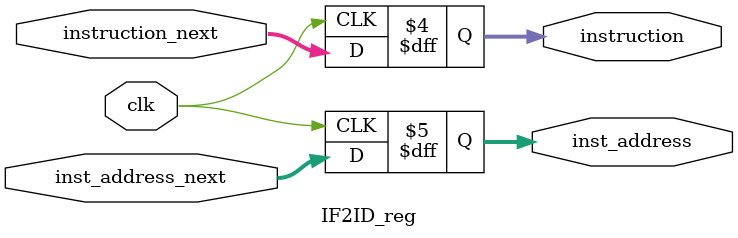
<source format=v>

module IF2ID_reg (
    input clk,
    input [31:0] instruction_next,
    input [31:0] inst_address_next,

    output reg [31:0] instruction = 0,
    output reg [31:0] inst_address = 0
);
    
    always @(posedge clk) begin
        instruction <= instruction_next;
        inst_address <= inst_address_next;
    end

endmodule
</source>
